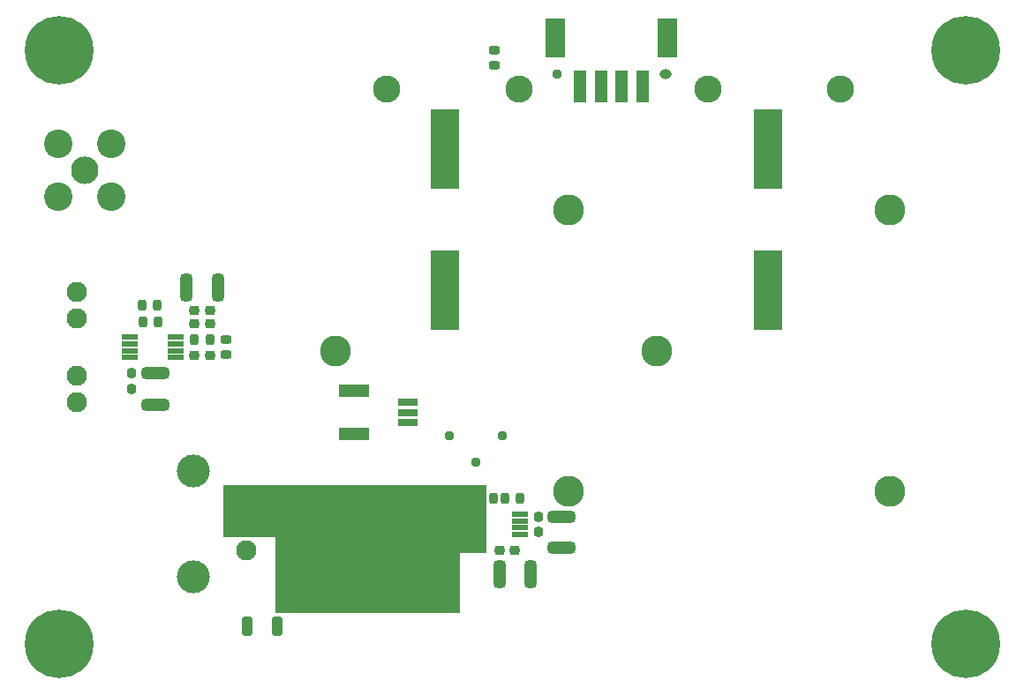
<source format=gbr>
%FSLAX46Y46*%
%MOMM*%
%AMPS28*
1,1,3.153000,0.000000,0.000000*
%
%ADD28PS28*%
%AMPS13*
1,1,2.740000,0.000000,0.000000*
%
%ADD13PS13*%
%AMPS29*
1,1,1.940000,0.000000,0.000000*
%
%ADD29PS29*%
%AMPS22*
1,1,2.610000,0.000000,0.000000*
%
%ADD22PS22*%
%AMPS14*
1,1,2.640000,0.000000,0.000000*
%
%ADD14PS14*%
%AMPS30*
1,1,1.940000,0.000000,0.000000*
%
%ADD30PS30*%
%AMPS32*
1,1,0.940000,0.000000,0.000000*
%
%ADD32PS32*%
%AMPS20*
1,1,6.590000,0.000000,0.000000*
%
%ADD20PS20*%
%AMPS11*
21,1,0.740000,1.840000,0.000000,0.000000,90.000000*
%
%ADD11PS11*%
%AMPS16*
21,1,0.590000,1.590000,0.000000,0.000000,90.000000*
%
%ADD16PS16*%
%AMPS17*
21,1,0.590000,1.590000,0.000000,0.000000,270.000000*
%
%ADD17PS17*%
%AMPS36*
21,1,1.140000,3.040000,0.000000,0.000000,0.000000*
%
%ADD36PS36*%
%AMPS39*
21,1,1.940000,3.740000,0.000000,0.000000,0.000000*
%
%ADD39PS39*%
%AMPS12*
21,1,1.140000,2.940000,0.000000,0.000000,90.000000*
%
%ADD12PS12*%
%AMPS27*
21,1,2.640000,7.640000,0.000000,0.000000,0.000000*
%
%ADD27PS27*%
%AMPS33*
21,1,2.640000,7.640000,0.000000,0.000000,180.000000*
%
%ADD33PS33*%
%AMPS26*
21,1,1.690000,3.640000,0.000000,0.000000,0.000000*
%
%ADD26PS26*%
%AMPS21*
1,1,2.970000,0.000000,0.000000*
%
%ADD21PS21*%
%AMPS38*
1,1,0.940000,0.000000,0.000000*
%
%ADD38PS38*%
%AMPS37*
21,1,0.200000,0.940000,0.000000,0.000000,0.000000*
1,1,0.940000,0.100000,0.000000*
1,1,0.940000,-0.100000,0.000000*
%
%ADD37PS37*%
%AMPS35*
1,1,0.500000,-0.220000,0.195000*
1,1,0.500000,0.220000,-0.195000*
1,1,0.500000,0.220000,0.195000*
1,1,0.500000,-0.220000,-0.195000*
21,1,0.940000,0.390000,0.000000,0.000000,0.000000*
21,1,0.440000,0.890000,0.000000,0.000000,0.000000*
%
%ADD35PS35*%
%AMPS23*
1,1,0.500000,0.220000,-0.195000*
1,1,0.500000,-0.220000,0.195000*
1,1,0.500000,-0.220000,-0.195000*
1,1,0.500000,0.220000,0.195000*
21,1,0.940000,0.390000,0.000000,0.000000,180.000000*
21,1,0.440000,0.890000,0.000000,0.000000,180.000000*
%
%ADD23PS23*%
%AMPS31*
1,1,0.500000,0.195000,0.220000*
1,1,0.500000,-0.195000,-0.220000*
1,1,0.500000,0.195000,-0.220000*
1,1,0.500000,-0.195000,0.220000*
21,1,0.940000,0.390000,0.000000,0.000000,270.000000*
21,1,0.440000,0.890000,0.000000,0.000000,270.000000*
%
%ADD31PS31*%
%AMPS15*
1,1,0.640000,0.250000,-2.250000*
1,1,0.640000,-0.250000,2.250000*
1,1,0.640000,-0.250000,-2.250000*
1,1,0.640000,0.250000,2.250000*
21,1,1.140000,4.500000,0.000000,0.000000,180.000000*
21,1,0.500000,5.140000,0.000000,0.000000,180.000000*
%
%ADD15PS15*%
%AMPS40*
1,1,0.580000,-0.230000,0.630000*
1,1,0.580000,0.230000,-0.630000*
1,1,0.580000,0.230000,0.630000*
1,1,0.580000,-0.230000,-0.630000*
21,1,1.040000,1.260000,0.000000,0.000000,0.000000*
21,1,0.460000,1.840000,0.000000,0.000000,0.000000*
%
%ADD40PS40*%
%AMPS24*
1,1,0.640000,0.250000,-1.000000*
1,1,0.640000,-0.250000,1.000000*
1,1,0.640000,-0.250000,-1.000000*
1,1,0.640000,0.250000,1.000000*
21,1,1.140000,2.000000,0.000000,0.000000,180.000000*
21,1,0.500000,2.640000,0.000000,0.000000,180.000000*
%
%ADD24PS24*%
%AMPS25*
1,1,0.640000,1.000000,0.250000*
1,1,0.640000,-1.000000,-0.250000*
1,1,0.640000,1.000000,-0.250000*
1,1,0.640000,-1.000000,0.250000*
21,1,1.140000,2.000000,0.000000,0.000000,270.000000*
21,1,0.500000,2.640000,0.000000,0.000000,270.000000*
%
%ADD25PS25*%
%AMPS18*
1,1,0.380000,-0.205000,0.330000*
1,1,0.380000,0.205000,-0.330000*
1,1,0.380000,0.205000,0.330000*
1,1,0.380000,-0.205000,-0.330000*
21,1,0.790000,0.660000,0.000000,0.000000,0.000000*
21,1,0.410000,1.040000,0.000000,0.000000,0.000000*
%
%ADD18PS18*%
%AMPS34*
1,1,0.380000,-0.330000,-0.205000*
1,1,0.380000,0.330000,0.205000*
1,1,0.380000,-0.330000,0.205000*
1,1,0.380000,0.330000,-0.205000*
21,1,0.790000,0.660000,0.000000,0.000000,90.000000*
21,1,0.410000,1.040000,0.000000,0.000000,90.000000*
%
%ADD34PS34*%
%AMPS10*
1,1,0.380000,0.205000,-0.330000*
1,1,0.380000,-0.205000,0.330000*
1,1,0.380000,-0.205000,-0.330000*
1,1,0.380000,0.205000,0.330000*
21,1,0.790000,0.660000,0.000000,0.000000,180.000000*
21,1,0.410000,1.040000,0.000000,0.000000,180.000000*
%
%ADD10PS10*%
%AMPS19*
1,1,0.380000,0.330000,0.205000*
1,1,0.380000,-0.330000,-0.205000*
1,1,0.380000,0.330000,-0.205000*
1,1,0.380000,-0.330000,0.205000*
21,1,0.790000,0.660000,0.000000,0.000000,270.000000*
21,1,0.410000,1.040000,0.000000,0.000000,270.000000*
%
%ADD19PS19*%
G01*
%LPD*%
G36*
X44500000Y-13250000D02*
X19250000Y-13250000D01*
X19250000Y-18250000D01*
X24250000Y-18250000D01*
X24250000Y-25500000D01*
X42000000Y-25500000D01*
X42000000Y-19750000D01*
X44500000Y-19750000D01*
X44500000Y-13250000D01*
D02*
G37*
G01*
%LPD*%
G75*
D10*
X47725000Y-14500000D03*
D10*
X46275000Y-14500000D03*
D11*
X37000000Y-6250000D03*
D11*
X37000000Y-7250000D03*
D12*
X31850000Y-8350000D03*
D11*
X37000000Y-5250000D03*
D12*
X31850000Y-4150000D03*
D13*
X3460000Y14460000D03*
D13*
X8540000Y14460000D03*
D13*
X8540000Y19540000D03*
D14*
X6000000Y17000000D03*
D13*
X3460000Y19540000D03*
D15*
X26200000Y-22000000D03*
D15*
X31800000Y-22000000D03*
D16*
X14700000Y-975000D03*
D16*
X14700000Y325000D03*
D17*
X10300000Y-325000D03*
D17*
X10300000Y975000D03*
D16*
X14700000Y-325000D03*
D17*
X10300000Y-975000D03*
D17*
X10300000Y325000D03*
D16*
X14700000Y975000D03*
D17*
X43300000Y-16025000D03*
D17*
X43300000Y-17325000D03*
D16*
X47700000Y-16675000D03*
D16*
X47700000Y-17975000D03*
D17*
X43300000Y-16675000D03*
D16*
X47700000Y-16025000D03*
D16*
X47700000Y-17325000D03*
D17*
X43300000Y-17975000D03*
D18*
X43775000Y-14500000D03*
D18*
X45225000Y-14500000D03*
D19*
X45250000Y28475000D03*
D19*
X45250000Y27025000D03*
D20*
X90500000Y28500000D03*
D21*
X52425000Y13160000D03*
D22*
X34985000Y24740000D03*
D22*
X47685000Y24740000D03*
D21*
X52425000Y-13810000D03*
D21*
X30075000Y-330000D03*
D23*
X16500000Y3500000D03*
D23*
X18000000Y3500000D03*
D24*
X48750000Y-21750000D03*
D24*
X45750000Y-21750000D03*
D25*
X12750000Y-2500000D03*
D25*
X12750000Y-5500000D03*
D26*
X40725000Y-17000000D03*
D26*
X34275000Y-17000000D03*
D27*
X40500000Y5500000D03*
D27*
X40500000Y19000000D03*
D28*
X16366000Y-22080000D03*
D29*
X21446000Y-17000000D03*
D28*
X16366000Y-11920000D03*
D29*
X21446000Y-19540000D03*
D15*
X34700000Y-22000000D03*
D15*
X40300000Y-22000000D03*
D24*
X18750000Y5750000D03*
D24*
X15750000Y5750000D03*
D30*
X5250000Y2730000D03*
D30*
X5250000Y5270000D03*
D23*
X16500000Y2250000D03*
D23*
X18000000Y2250000D03*
D10*
X13058338Y2416668D03*
D10*
X11608338Y2416668D03*
D25*
X51750000Y-16250000D03*
D25*
X51750000Y-19250000D03*
D31*
X10500000Y-4000000D03*
D31*
X10500000Y-2500000D03*
D32*
X46040000Y-8515000D03*
D32*
X43500000Y-11055000D03*
D32*
X40960000Y-8515000D03*
D20*
X3500000Y-28500000D03*
D33*
X71500000Y19000000D03*
D33*
X71500000Y5500000D03*
D10*
X17975000Y750000D03*
D10*
X16525000Y750000D03*
D20*
X3500000Y28500000D03*
D31*
X49500000Y-17750000D03*
D31*
X49500000Y-16250000D03*
D10*
X12975000Y4000000D03*
D10*
X11525000Y4000000D03*
D34*
X19500000Y-725000D03*
D34*
X19500000Y725000D03*
D23*
X45750000Y-19500000D03*
D23*
X47250000Y-19500000D03*
D26*
X32225000Y-17000000D03*
D26*
X25775000Y-17000000D03*
D20*
X90500000Y-28500000D03*
D35*
X18000000Y-750000D03*
D35*
X16500000Y-750000D03*
D36*
X59500000Y25000000D03*
D36*
X53500000Y25000000D03*
D37*
X61700000Y26250000D03*
D38*
X51300000Y26250000D03*
D39*
X51150000Y29650000D03*
D36*
X55500000Y25000000D03*
D36*
X57500000Y25000000D03*
D39*
X61850000Y29650000D03*
D21*
X83175000Y13160000D03*
D22*
X65735000Y24740000D03*
D22*
X78435000Y24740000D03*
D21*
X83175000Y-13810000D03*
D21*
X60825000Y-330000D03*
D40*
X24450000Y-26750000D03*
D40*
X21550000Y-26750000D03*
D30*
X5250000Y-5270000D03*
D30*
X5250000Y-2730000D03*
M02*

</source>
